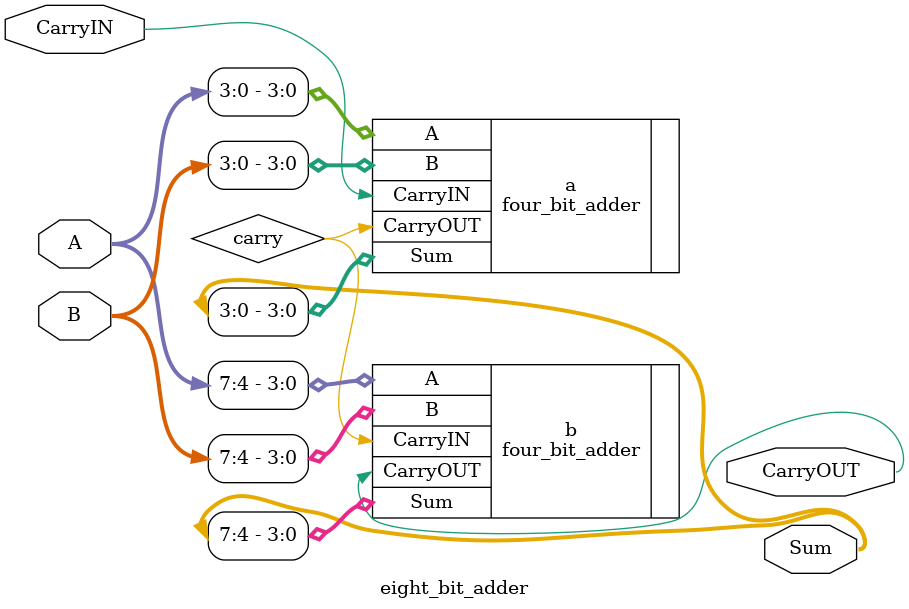
<source format=v>
`timescale 1ns / 1ps

module eight_bit_adder(
    input[7:0] A, B,
    input CarryIN,
    output[7:0] Sum,
    output CarryOUT
  );
  
  wire carry;
  
  four_bit_adder a(.A(A[3:0]), .B(B[3:0]), .CarryIN(CarryIN), .CarryOUT(carry), .Sum(Sum[3:0]));
  four_bit_adder b(.A(A[7:4]), .B(B[7:4]), .CarryIN(carry), .CarryOUT(CarryOUT), .Sum(Sum[7:4]));
  
endmodule

</source>
